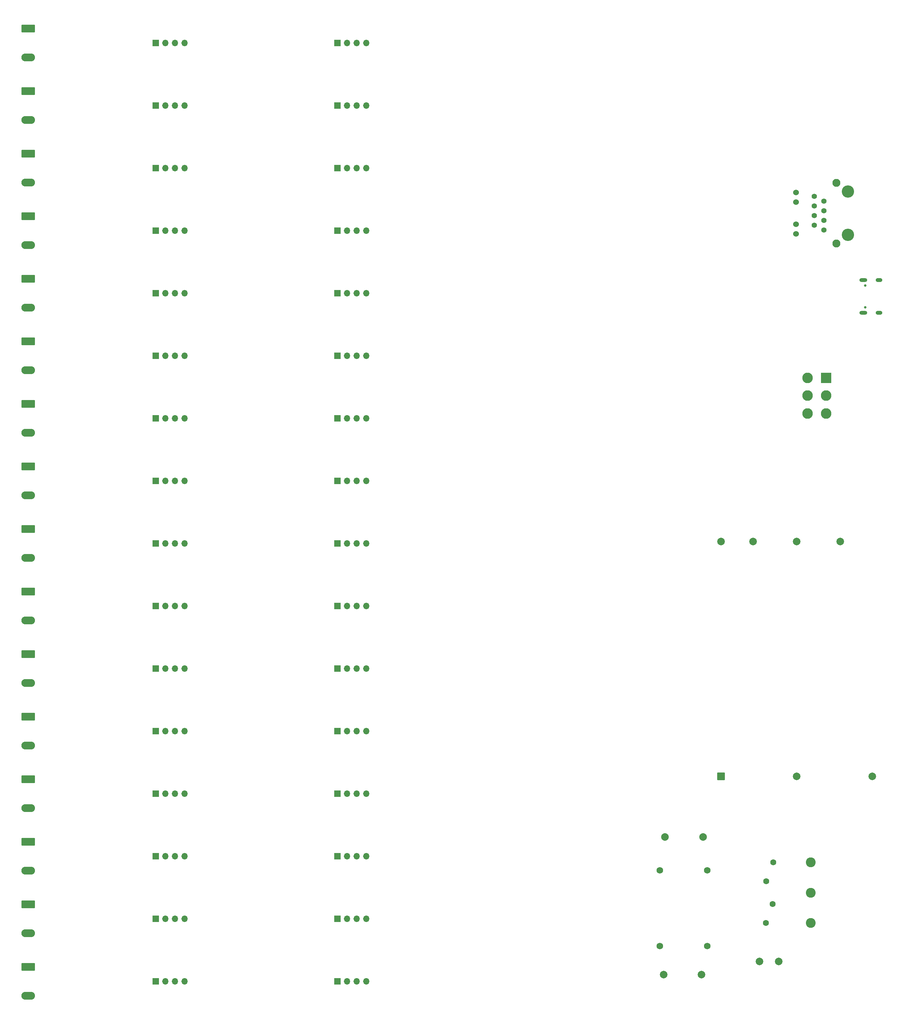
<source format=gbr>
%TF.GenerationSoftware,KiCad,Pcbnew,7.0.9*%
%TF.CreationDate,2024-07-10T12:52:44+02:00*%
%TF.ProjectId,diffprobe-espnow,64696666-7072-46f6-9265-2d6573706e6f,rev?*%
%TF.SameCoordinates,Original*%
%TF.FileFunction,Soldermask,Bot*%
%TF.FilePolarity,Negative*%
%FSLAX46Y46*%
G04 Gerber Fmt 4.6, Leading zero omitted, Abs format (unit mm)*
G04 Created by KiCad (PCBNEW 7.0.9) date 2024-07-10 12:52:44*
%MOMM*%
%LPD*%
G01*
G04 APERTURE LIST*
G04 Aperture macros list*
%AMRoundRect*
0 Rectangle with rounded corners*
0 $1 Rounding radius*
0 $2 $3 $4 $5 $6 $7 $8 $9 X,Y pos of 4 corners*
0 Add a 4 corners polygon primitive as box body*
4,1,4,$2,$3,$4,$5,$6,$7,$8,$9,$2,$3,0*
0 Add four circle primitives for the rounded corners*
1,1,$1+$1,$2,$3*
1,1,$1+$1,$4,$5*
1,1,$1+$1,$6,$7*
1,1,$1+$1,$8,$9*
0 Add four rect primitives between the rounded corners*
20,1,$1+$1,$2,$3,$4,$5,0*
20,1,$1+$1,$4,$5,$6,$7,0*
20,1,$1+$1,$6,$7,$8,$9,0*
20,1,$1+$1,$8,$9,$2,$3,0*%
G04 Aperture macros list end*
%ADD10C,3.251200*%
%ADD11C,1.397000*%
%ADD12C,1.524000*%
%ADD13C,2.108200*%
%ADD14R,1.700000X1.700000*%
%ADD15O,1.700000X1.700000*%
%ADD16RoundRect,0.250001X-1.549999X0.799999X-1.549999X-0.799999X1.549999X-0.799999X1.549999X0.799999X0*%
%ADD17O,3.600000X2.100000*%
%ADD18C,0.650000*%
%ADD19O,2.100000X1.000000*%
%ADD20O,1.800000X1.000000*%
%ADD21R,2.800000X2.800000*%
%ADD22C,2.800000*%
%ADD23C,2.000000*%
%ADD24C,2.600000*%
%ADD25C,1.750000*%
%ADD26C,1.600000*%
%ADD27RoundRect,0.102000X0.900000X-0.900000X0.900000X0.900000X-0.900000X0.900000X-0.900000X-0.900000X0*%
%ADD28C,2.004000*%
G04 APERTURE END LIST*
D10*
%TO.C,J12*%
X301604200Y-127159450D03*
X301604200Y-115729450D03*
D11*
X292714200Y-116999450D03*
X295254200Y-118269450D03*
X292714200Y-119539450D03*
X295254200Y-120809450D03*
X292714200Y-122079450D03*
X295254200Y-123349450D03*
X292714200Y-124619450D03*
X295254200Y-125889450D03*
D12*
X287888200Y-115983450D03*
X287888200Y-118523450D03*
X287888200Y-124365450D03*
X287888200Y-126905450D03*
D13*
X298556200Y-129445450D03*
X298556200Y-113443450D03*
%TD*%
D14*
%TO.C,J124*%
X166700000Y-258140000D03*
D15*
X169240000Y-258140000D03*
X171780000Y-258140000D03*
X174320000Y-258140000D03*
%TD*%
D16*
%TO.C,J509*%
X85067500Y-204800000D03*
D17*
X85067500Y-212420000D03*
%TD*%
D14*
%TO.C,J116*%
X166700000Y-192100000D03*
D15*
X169240000Y-192100000D03*
X171780000Y-192100000D03*
X174320000Y-192100000D03*
%TD*%
D16*
%TO.C,J504*%
X85067500Y-122250000D03*
D17*
X85067500Y-129870000D03*
%TD*%
D14*
%TO.C,J132*%
X166700000Y-324180000D03*
D15*
X169240000Y-324180000D03*
X171780000Y-324180000D03*
X174320000Y-324180000D03*
%TD*%
D14*
%TO.C,J131*%
X118700000Y-324180000D03*
D15*
X121240000Y-324180000D03*
X123780000Y-324180000D03*
X126320000Y-324180000D03*
%TD*%
D14*
%TO.C,J117*%
X118700000Y-208610000D03*
D15*
X121240000Y-208610000D03*
X123780000Y-208610000D03*
X126320000Y-208610000D03*
%TD*%
D14*
%TO.C,J112*%
X166700000Y-159080000D03*
D15*
X169240000Y-159080000D03*
X171780000Y-159080000D03*
X174320000Y-159080000D03*
%TD*%
D14*
%TO.C,J122*%
X166700000Y-241630000D03*
D15*
X169240000Y-241630000D03*
X171780000Y-241630000D03*
X174320000Y-241630000D03*
%TD*%
D14*
%TO.C,J105*%
X118700000Y-109550000D03*
D15*
X121240000Y-109550000D03*
X123780000Y-109550000D03*
X126320000Y-109550000D03*
%TD*%
D16*
%TO.C,J503*%
X85067500Y-105740000D03*
D17*
X85067500Y-113360000D03*
%TD*%
D14*
%TO.C,J129*%
X118700000Y-307670000D03*
D15*
X121240000Y-307670000D03*
X123780000Y-307670000D03*
X126320000Y-307670000D03*
%TD*%
D18*
%TO.C,J11*%
X306145000Y-146335000D03*
X306145000Y-140555000D03*
D19*
X305645000Y-147765000D03*
D20*
X309825000Y-147765000D03*
D19*
X305645000Y-139125000D03*
D20*
X309825000Y-139125000D03*
%TD*%
D21*
%TO.C,SW103*%
X295810000Y-164950000D03*
D22*
X295810000Y-169650000D03*
X295810000Y-174350000D03*
X290980000Y-164950000D03*
X290980000Y-169650000D03*
X290980000Y-174350000D03*
%TD*%
D23*
%TO.C,C302*%
X253300000Y-286080000D03*
X263300000Y-286080000D03*
%TD*%
D14*
%TO.C,J118*%
X166700000Y-208610000D03*
D15*
X169240000Y-208610000D03*
X171780000Y-208610000D03*
X174320000Y-208610000D03*
%TD*%
D16*
%TO.C,J505*%
X85067500Y-138760000D03*
D17*
X85067500Y-146380000D03*
%TD*%
D16*
%TO.C,J510*%
X85067500Y-221310000D03*
D17*
X85067500Y-228930000D03*
%TD*%
D14*
%TO.C,J108*%
X166700000Y-126060000D03*
D15*
X169240000Y-126060000D03*
X171780000Y-126060000D03*
X174320000Y-126060000D03*
%TD*%
D16*
%TO.C,J507*%
X85067500Y-171780000D03*
D17*
X85067500Y-179400000D03*
%TD*%
D24*
%TO.C,J54*%
X291760000Y-308830000D03*
%TD*%
D14*
%TO.C,J123*%
X118700000Y-258140000D03*
D15*
X121240000Y-258140000D03*
X123780000Y-258140000D03*
X126320000Y-258140000D03*
%TD*%
D16*
%TO.C,J512*%
X85067500Y-254330000D03*
D17*
X85067500Y-261950000D03*
%TD*%
D23*
%TO.C,F1*%
X283350000Y-318980000D03*
X278270000Y-318980000D03*
%TD*%
D14*
%TO.C,J128*%
X166700000Y-291160000D03*
D15*
X169240000Y-291160000D03*
X171780000Y-291160000D03*
X174320000Y-291160000D03*
%TD*%
D16*
%TO.C,J508*%
X85067500Y-188290000D03*
D17*
X85067500Y-195910000D03*
%TD*%
D14*
%TO.C,J106*%
X166700000Y-109550000D03*
D15*
X169240000Y-109550000D03*
X171780000Y-109550000D03*
X174320000Y-109550000D03*
%TD*%
D14*
%TO.C,J103*%
X118700000Y-93040000D03*
D15*
X121240000Y-93040000D03*
X123780000Y-93040000D03*
X126320000Y-93040000D03*
%TD*%
D23*
%TO.C,C301*%
X252950000Y-322430000D03*
X262950000Y-322430000D03*
%TD*%
D14*
%TO.C,J113*%
X118700000Y-175590000D03*
D15*
X121240000Y-175590000D03*
X123780000Y-175590000D03*
X126320000Y-175590000D03*
%TD*%
D25*
%TO.C,FL1*%
X251950000Y-314880000D03*
X251950000Y-294880000D03*
X264450000Y-314880000D03*
X264450000Y-294880000D03*
%TD*%
D14*
%TO.C,J119*%
X118700000Y-225120000D03*
D15*
X121240000Y-225120000D03*
X123780000Y-225120000D03*
X126320000Y-225120000D03*
%TD*%
D14*
%TO.C,J107*%
X118700000Y-126060000D03*
D15*
X121240000Y-126060000D03*
X123780000Y-126060000D03*
X126320000Y-126060000D03*
%TD*%
D14*
%TO.C,J114*%
X166700000Y-175590000D03*
D15*
X169240000Y-175590000D03*
X171780000Y-175590000D03*
X174320000Y-175590000D03*
%TD*%
D26*
%TO.C,RV2*%
X281850000Y-292830000D03*
X280050000Y-297830000D03*
%TD*%
D14*
%TO.C,J130*%
X166700000Y-307670000D03*
D15*
X169240000Y-307670000D03*
X171780000Y-307670000D03*
X174320000Y-307670000D03*
%TD*%
D14*
%TO.C,J111*%
X118700000Y-159080000D03*
D15*
X121240000Y-159080000D03*
X123780000Y-159080000D03*
X126320000Y-159080000D03*
%TD*%
D24*
%TO.C,J56*%
X291760000Y-300860000D03*
%TD*%
D16*
%TO.C,J506*%
X85067500Y-155270000D03*
D17*
X85067500Y-162890000D03*
%TD*%
D27*
%TO.C,PS1*%
X268050000Y-270100000D03*
D28*
X288050000Y-270100000D03*
X308050000Y-270100000D03*
X268050000Y-208100000D03*
X276550000Y-208100000D03*
X288050000Y-208100000D03*
X299550000Y-208100000D03*
%TD*%
D16*
%TO.C,J516*%
X85067500Y-320370000D03*
D17*
X85067500Y-327990000D03*
%TD*%
D14*
%TO.C,J110*%
X166700000Y-142570000D03*
D15*
X169240000Y-142570000D03*
X171780000Y-142570000D03*
X174320000Y-142570000D03*
%TD*%
D24*
%TO.C,J55*%
X291760000Y-292830000D03*
%TD*%
D14*
%TO.C,J101*%
X118700000Y-76530000D03*
D15*
X121240000Y-76530000D03*
X123780000Y-76530000D03*
X126320000Y-76530000D03*
%TD*%
D14*
%TO.C,J121*%
X118700000Y-241630000D03*
D15*
X121240000Y-241630000D03*
X123780000Y-241630000D03*
X126320000Y-241630000D03*
%TD*%
D14*
%TO.C,J109*%
X118700000Y-142570000D03*
D15*
X121240000Y-142570000D03*
X123780000Y-142570000D03*
X126320000Y-142570000D03*
%TD*%
D14*
%TO.C,J115*%
X118700000Y-192100000D03*
D15*
X121240000Y-192100000D03*
X123780000Y-192100000D03*
X126320000Y-192100000D03*
%TD*%
D14*
%TO.C,J120*%
X166700000Y-225120000D03*
D15*
X169240000Y-225120000D03*
X171780000Y-225120000D03*
X174320000Y-225120000D03*
%TD*%
D14*
%TO.C,J102*%
X166700000Y-76530000D03*
D15*
X169240000Y-76530000D03*
X171780000Y-76530000D03*
X174320000Y-76530000D03*
%TD*%
D16*
%TO.C,J513*%
X85067500Y-270840000D03*
D17*
X85067500Y-278460000D03*
%TD*%
D16*
%TO.C,J502*%
X85067500Y-89230000D03*
D17*
X85067500Y-96850000D03*
%TD*%
D14*
%TO.C,J104*%
X166700000Y-93040000D03*
D15*
X169240000Y-93040000D03*
X171780000Y-93040000D03*
X174320000Y-93040000D03*
%TD*%
D16*
%TO.C,J514*%
X85067500Y-287350000D03*
D17*
X85067500Y-294970000D03*
%TD*%
D14*
%TO.C,J127*%
X118700000Y-291160000D03*
D15*
X121240000Y-291160000D03*
X123780000Y-291160000D03*
X126320000Y-291160000D03*
%TD*%
D16*
%TO.C,J501*%
X85067500Y-72720000D03*
D17*
X85067500Y-80340000D03*
%TD*%
D26*
%TO.C,RV1*%
X279900000Y-308830000D03*
X281700000Y-303830000D03*
%TD*%
D14*
%TO.C,J126*%
X166700000Y-274650000D03*
D15*
X169240000Y-274650000D03*
X171780000Y-274650000D03*
X174320000Y-274650000D03*
%TD*%
D16*
%TO.C,J515*%
X85067500Y-303860000D03*
D17*
X85067500Y-311480000D03*
%TD*%
D14*
%TO.C,J125*%
X118700000Y-274650000D03*
D15*
X121240000Y-274650000D03*
X123780000Y-274650000D03*
X126320000Y-274650000D03*
%TD*%
D16*
%TO.C,J511*%
X85067500Y-237820000D03*
D17*
X85067500Y-245440000D03*
%TD*%
M02*

</source>
